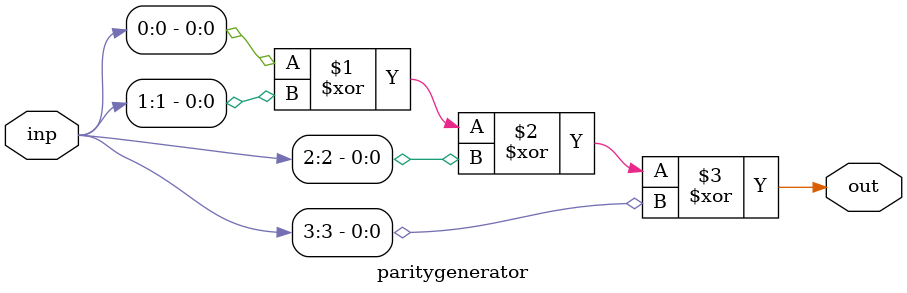
<source format=v>
module paritygenerator(inp,out);
input [3:0] inp;
output out;
assign out = (inp[0]^inp[1]^inp[2]^inp[3]);
endmodule


</source>
